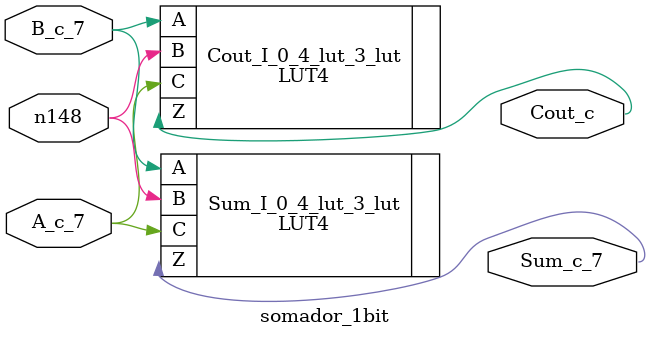
<source format=v>

module somador_completo_Nbits (Cin, A, B, Sum, Cout);   // e:/repositories/rtl_fpga/verilog/aula15_mux/somador_completo.vhd(4[8:30])
    input Cin;   // e:/repositories/rtl_fpga/verilog/aula15_mux/somador_completo.vhd(8[4:7])
    input [7:0]A;   // e:/repositories/rtl_fpga/verilog/aula15_mux/somador_completo.vhd(9[4:5])
    input [7:0]B;   // e:/repositories/rtl_fpga/verilog/aula15_mux/somador_completo.vhd(9[6:7])
    output [7:0]Sum;   // e:/repositories/rtl_fpga/verilog/aula15_mux/somador_completo.vhd(10[4:7])
    output Cout;   // e:/repositories/rtl_fpga/verilog/aula15_mux/somador_completo.vhd(11[4:8])
    
    
    wire Cin_c, A_c_7, A_c_6, A_c_5, A_c_4, A_c_3, A_c_2, A_c_1, 
        A_c_0, B_c_7, B_c_6, B_c_5, B_c_4, B_c_3, B_c_2, B_c_1, 
        B_c_0, Sum_c_7, Sum_c_6, Sum_c_5, Sum_c_4, Sum_c_3, Sum_c_2, 
        Sum_c_1, Sum_c_0, Cout_c, GND_net, VCC_net, n154, n153, 
        n152, n151, n150, n149, n148;
    
    IB A_pad_1 (.I(A[1]), .O(A_c_1));   // e:/repositories/rtl_fpga/verilog/aula15_mux/somador_completo.vhd(9[4:5])
    IB A_pad_2 (.I(A[2]), .O(A_c_2));   // e:/repositories/rtl_fpga/verilog/aula15_mux/somador_completo.vhd(9[4:5])
    IB A_pad_3 (.I(A[3]), .O(A_c_3));   // e:/repositories/rtl_fpga/verilog/aula15_mux/somador_completo.vhd(9[4:5])
    IB A_pad_4 (.I(A[4]), .O(A_c_4));   // e:/repositories/rtl_fpga/verilog/aula15_mux/somador_completo.vhd(9[4:5])
    IB A_pad_5 (.I(A[5]), .O(A_c_5));   // e:/repositories/rtl_fpga/verilog/aula15_mux/somador_completo.vhd(9[4:5])
    IB A_pad_6 (.I(A[6]), .O(A_c_6));   // e:/repositories/rtl_fpga/verilog/aula15_mux/somador_completo.vhd(9[4:5])
    IB A_pad_7 (.I(A[7]), .O(A_c_7));   // e:/repositories/rtl_fpga/verilog/aula15_mux/somador_completo.vhd(9[4:5])
    IB Cin_pad (.I(Cin), .O(Cin_c));   // e:/repositories/rtl_fpga/verilog/aula15_mux/somador_completo.vhd(8[4:7])
    OB Cout_pad (.I(Cout_c), .O(Cout));   // e:/repositories/rtl_fpga/verilog/aula15_mux/somador_completo.vhd(11[4:8])
    OB Sum_pad_0 (.I(Sum_c_0), .O(Sum[0]));   // e:/repositories/rtl_fpga/verilog/aula15_mux/somador_completo.vhd(10[4:7])
    OB Sum_pad_1 (.I(Sum_c_1), .O(Sum[1]));   // e:/repositories/rtl_fpga/verilog/aula15_mux/somador_completo.vhd(10[4:7])
    OB Sum_pad_2 (.I(Sum_c_2), .O(Sum[2]));   // e:/repositories/rtl_fpga/verilog/aula15_mux/somador_completo.vhd(10[4:7])
    OB Sum_pad_3 (.I(Sum_c_3), .O(Sum[3]));   // e:/repositories/rtl_fpga/verilog/aula15_mux/somador_completo.vhd(10[4:7])
    GSR GSR_INST (.GSR(VCC_net));
    OB Sum_pad_4 (.I(Sum_c_4), .O(Sum[4]));   // e:/repositories/rtl_fpga/verilog/aula15_mux/somador_completo.vhd(10[4:7])
    OB Sum_pad_5 (.I(Sum_c_5), .O(Sum[5]));   // e:/repositories/rtl_fpga/verilog/aula15_mux/somador_completo.vhd(10[4:7])
    VLO i122 (.Z(GND_net));
    OB Sum_pad_6 (.I(Sum_c_6), .O(Sum[6]));   // e:/repositories/rtl_fpga/verilog/aula15_mux/somador_completo.vhd(10[4:7])
    OB Sum_pad_7 (.I(Sum_c_7), .O(Sum[7]));   // e:/repositories/rtl_fpga/verilog/aula15_mux/somador_completo.vhd(10[4:7])
    IB A_pad_0 (.I(A[0]), .O(A_c_0));   // e:/repositories/rtl_fpga/verilog/aula15_mux/somador_completo.vhd(9[4:5])
    IB B_pad_7 (.I(B[7]), .O(B_c_7));   // e:/repositories/rtl_fpga/verilog/aula15_mux/somador_completo.vhd(9[6:7])
    IB B_pad_6 (.I(B[6]), .O(B_c_6));   // e:/repositories/rtl_fpga/verilog/aula15_mux/somador_completo.vhd(9[6:7])
    IB B_pad_5 (.I(B[5]), .O(B_c_5));   // e:/repositories/rtl_fpga/verilog/aula15_mux/somador_completo.vhd(9[6:7])
    IB B_pad_4 (.I(B[4]), .O(B_c_4));   // e:/repositories/rtl_fpga/verilog/aula15_mux/somador_completo.vhd(9[6:7])
    IB B_pad_3 (.I(B[3]), .O(B_c_3));   // e:/repositories/rtl_fpga/verilog/aula15_mux/somador_completo.vhd(9[6:7])
    IB B_pad_2 (.I(B[2]), .O(B_c_2));   // e:/repositories/rtl_fpga/verilog/aula15_mux/somador_completo.vhd(9[6:7])
    IB B_pad_1 (.I(B[1]), .O(B_c_1));   // e:/repositories/rtl_fpga/verilog/aula15_mux/somador_completo.vhd(9[6:7])
    IB B_pad_0 (.I(B[0]), .O(B_c_0));   // e:/repositories/rtl_fpga/verilog/aula15_mux/somador_completo.vhd(9[6:7])
    somador_1bit_U4 \sum_gen_2..sum0  (.B_c_2(B_c_2), .n153(n153), .A_c_2(A_c_2), 
            .n152(n152), .Sum_c_2(Sum_c_2));   // e:/repositories/rtl_fpga/verilog/aula15_mux/somador_completo.vhd(29[9:21])
    somador_1bit_U0 \sum_gen_6..sum0  (.B_c_6(B_c_6), .n149(n149), .A_c_6(A_c_6), 
            .n148(n148), .Sum_c_6(Sum_c_6));   // e:/repositories/rtl_fpga/verilog/aula15_mux/somador_completo.vhd(29[9:21])
    somador_1bit_U5 \sum_gen_1..sum0  (.B_c_1(B_c_1), .n154(n154), .A_c_1(A_c_1), 
            .n153(n153), .Sum_c_1(Sum_c_1));   // e:/repositories/rtl_fpga/verilog/aula15_mux/somador_completo.vhd(29[9:21])
    somador_1bit_U1 \sum_gen_5..sum0  (.B_c_5(B_c_5), .n150(n150), .A_c_5(A_c_5), 
            .Sum_c_5(Sum_c_5), .n149(n149));   // e:/repositories/rtl_fpga/verilog/aula15_mux/somador_completo.vhd(29[9:21])
    somador_1bit_U6 \sum_gen_0..sum0  (.B_c_0(B_c_0), .Cin_c(Cin_c), .A_c_0(A_c_0), 
            .Sum_c_0(Sum_c_0), .n154(n154));   // e:/repositories/rtl_fpga/verilog/aula15_mux/somador_completo.vhd(29[9:21])
    somador_1bit_U2 \sum_gen_4..sum0  (.B_c_4(B_c_4), .n151(n151), .A_c_4(A_c_4), 
            .Sum_c_4(Sum_c_4), .n150(n150));   // e:/repositories/rtl_fpga/verilog/aula15_mux/somador_completo.vhd(29[9:21])
    somador_1bit_U3 \sum_gen_3..sum0  (.B_c_3(B_c_3), .n152(n152), .A_c_3(A_c_3), 
            .n151(n151), .Sum_c_3(Sum_c_3));   // e:/repositories/rtl_fpga/verilog/aula15_mux/somador_completo.vhd(29[9:21])
    PUR PUR_INST (.PUR(VCC_net));
    defparam PUR_INST.RST_PULSE = 1;
    somador_1bit \sum_gen_7..sum0  (.B_c_7(B_c_7), .n148(n148), .A_c_7(A_c_7), 
            .Cout_c(Cout_c), .Sum_c_7(Sum_c_7));   // e:/repositories/rtl_fpga/verilog/aula15_mux/somador_completo.vhd(29[9:21])
    VHI i123 (.Z(VCC_net));
    
endmodule
//
// Verilog Description of module somador_1bit_U4
//

module somador_1bit_U4 (B_c_2, n153, A_c_2, n152, Sum_c_2);
    input B_c_2;
    input n153;
    input A_c_2;
    output n152;
    output Sum_c_2;
    
    
    LUT4 Cout_I_0_4_lut_3_lut_rep_13 (.A(B_c_2), .B(n153), .C(A_c_2), 
         .Z(n152)) /* synthesis lut_function=(!(A ((C)+!B)+!A (B+!(C)))) */ ;   // e:/repositories/rtl_fpga/verilog/aula15_mux/somador_1bit.vhd(20[11:20])
    defparam Cout_I_0_4_lut_3_lut_rep_13.init = 16'h1818;
    LUT4 Sum_I_0_4_lut_3_lut (.A(B_c_2), .B(n153), .C(A_c_2), .Z(Sum_c_2)) /* synthesis lut_function=(A (B (C)+!B !(C))+!A !(B (C)+!B !(C))) */ ;   // e:/repositories/rtl_fpga/verilog/aula15_mux/somador_1bit.vhd(19[10:19])
    defparam Sum_I_0_4_lut_3_lut.init = 16'h9696;
    
endmodule
//
// Verilog Description of module somador_1bit_U0
//

module somador_1bit_U0 (B_c_6, n149, A_c_6, n148, Sum_c_6);
    input B_c_6;
    input n149;
    input A_c_6;
    output n148;
    output Sum_c_6;
    
    
    LUT4 Cout_I_0_4_lut_3_lut_rep_9 (.A(B_c_6), .B(n149), .C(A_c_6), .Z(n148)) /* synthesis lut_function=(!(A ((C)+!B)+!A (B+!(C)))) */ ;   // e:/repositories/rtl_fpga/verilog/aula15_mux/somador_1bit.vhd(20[11:20])
    defparam Cout_I_0_4_lut_3_lut_rep_9.init = 16'h1818;
    LUT4 Sum_I_0_4_lut_3_lut (.A(B_c_6), .B(n149), .C(A_c_6), .Z(Sum_c_6)) /* synthesis lut_function=(A (B (C)+!B !(C))+!A !(B (C)+!B !(C))) */ ;   // e:/repositories/rtl_fpga/verilog/aula15_mux/somador_1bit.vhd(19[10:19])
    defparam Sum_I_0_4_lut_3_lut.init = 16'h9696;
    
endmodule
//
// Verilog Description of module somador_1bit_U5
//

module somador_1bit_U5 (B_c_1, n154, A_c_1, n153, Sum_c_1);
    input B_c_1;
    input n154;
    input A_c_1;
    output n153;
    output Sum_c_1;
    
    
    LUT4 Cout_I_0_4_lut_3_lut_rep_14 (.A(B_c_1), .B(n154), .C(A_c_1), 
         .Z(n153)) /* synthesis lut_function=(!(A ((C)+!B)+!A (B+!(C)))) */ ;   // e:/repositories/rtl_fpga/verilog/aula15_mux/somador_1bit.vhd(20[11:20])
    defparam Cout_I_0_4_lut_3_lut_rep_14.init = 16'h1818;
    LUT4 Sum_I_0_4_lut_3_lut (.A(B_c_1), .B(n154), .C(A_c_1), .Z(Sum_c_1)) /* synthesis lut_function=(A (B (C)+!B !(C))+!A !(B (C)+!B !(C))) */ ;   // e:/repositories/rtl_fpga/verilog/aula15_mux/somador_1bit.vhd(19[10:19])
    defparam Sum_I_0_4_lut_3_lut.init = 16'h9696;
    
endmodule
//
// Verilog Description of module somador_1bit_U1
//

module somador_1bit_U1 (B_c_5, n150, A_c_5, Sum_c_5, n149);
    input B_c_5;
    input n150;
    input A_c_5;
    output Sum_c_5;
    output n149;
    
    
    LUT4 Sum_I_0_4_lut_3_lut (.A(B_c_5), .B(n150), .C(A_c_5), .Z(Sum_c_5)) /* synthesis lut_function=(A (B (C)+!B !(C))+!A !(B (C)+!B !(C))) */ ;   // e:/repositories/rtl_fpga/verilog/aula15_mux/somador_1bit.vhd(19[10:19])
    defparam Sum_I_0_4_lut_3_lut.init = 16'h9696;
    LUT4 Cout_I_0_4_lut_3_lut_rep_10 (.A(B_c_5), .B(n150), .C(A_c_5), 
         .Z(n149)) /* synthesis lut_function=(!(A ((C)+!B)+!A (B+!(C)))) */ ;   // e:/repositories/rtl_fpga/verilog/aula15_mux/somador_1bit.vhd(20[11:20])
    defparam Cout_I_0_4_lut_3_lut_rep_10.init = 16'h1818;
    
endmodule
//
// Verilog Description of module somador_1bit_U6
//

module somador_1bit_U6 (B_c_0, Cin_c, A_c_0, Sum_c_0, n154);
    input B_c_0;
    input Cin_c;
    input A_c_0;
    output Sum_c_0;
    output n154;
    
    
    LUT4 Sum_I_0_4_lut_3_lut (.A(B_c_0), .B(Cin_c), .C(A_c_0), .Z(Sum_c_0)) /* synthesis lut_function=(A (B (C)+!B !(C))+!A !(B (C)+!B !(C))) */ ;   // e:/repositories/rtl_fpga/verilog/aula15_mux/somador_1bit.vhd(19[10:19])
    defparam Sum_I_0_4_lut_3_lut.init = 16'h9696;
    LUT4 Cout_I_0_4_lut_3_lut_rep_15 (.A(B_c_0), .B(Cin_c), .C(A_c_0), 
         .Z(n154)) /* synthesis lut_function=(!(A ((C)+!B)+!A (B+!(C)))) */ ;   // e:/repositories/rtl_fpga/verilog/aula15_mux/somador_1bit.vhd(20[11:20])
    defparam Cout_I_0_4_lut_3_lut_rep_15.init = 16'h1818;
    
endmodule
//
// Verilog Description of module somador_1bit_U2
//

module somador_1bit_U2 (B_c_4, n151, A_c_4, Sum_c_4, n150);
    input B_c_4;
    input n151;
    input A_c_4;
    output Sum_c_4;
    output n150;
    
    
    LUT4 Sum_I_0_4_lut_3_lut (.A(B_c_4), .B(n151), .C(A_c_4), .Z(Sum_c_4)) /* synthesis lut_function=(A (B (C)+!B !(C))+!A !(B (C)+!B !(C))) */ ;   // e:/repositories/rtl_fpga/verilog/aula15_mux/somador_1bit.vhd(19[10:19])
    defparam Sum_I_0_4_lut_3_lut.init = 16'h9696;
    LUT4 Cout_I_0_4_lut_3_lut_rep_11 (.A(B_c_4), .B(n151), .C(A_c_4), 
         .Z(n150)) /* synthesis lut_function=(!(A ((C)+!B)+!A (B+!(C)))) */ ;   // e:/repositories/rtl_fpga/verilog/aula15_mux/somador_1bit.vhd(20[11:20])
    defparam Cout_I_0_4_lut_3_lut_rep_11.init = 16'h1818;
    
endmodule
//
// Verilog Description of module somador_1bit_U3
//

module somador_1bit_U3 (B_c_3, n152, A_c_3, n151, Sum_c_3);
    input B_c_3;
    input n152;
    input A_c_3;
    output n151;
    output Sum_c_3;
    
    
    LUT4 Cout_I_0_4_lut_3_lut_rep_12 (.A(B_c_3), .B(n152), .C(A_c_3), 
         .Z(n151)) /* synthesis lut_function=(!(A ((C)+!B)+!A (B+!(C)))) */ ;   // e:/repositories/rtl_fpga/verilog/aula15_mux/somador_1bit.vhd(20[11:20])
    defparam Cout_I_0_4_lut_3_lut_rep_12.init = 16'h1818;
    LUT4 Sum_I_0_4_lut_3_lut (.A(B_c_3), .B(n152), .C(A_c_3), .Z(Sum_c_3)) /* synthesis lut_function=(A (B (C)+!B !(C))+!A !(B (C)+!B !(C))) */ ;   // e:/repositories/rtl_fpga/verilog/aula15_mux/somador_1bit.vhd(19[10:19])
    defparam Sum_I_0_4_lut_3_lut.init = 16'h9696;
    
endmodule
//
// Verilog Description of module PUR
// module not written out since it is a black-box. 
//

//
// Verilog Description of module somador_1bit
//

module somador_1bit (B_c_7, n148, A_c_7, Cout_c, Sum_c_7);
    input B_c_7;
    input n148;
    input A_c_7;
    output Cout_c;
    output Sum_c_7;
    
    
    LUT4 Cout_I_0_4_lut_3_lut (.A(B_c_7), .B(n148), .C(A_c_7), .Z(Cout_c)) /* synthesis lut_function=(!(A ((C)+!B)+!A (B+!(C)))) */ ;   // e:/repositories/rtl_fpga/verilog/aula15_mux/somador_1bit.vhd(20[11:20])
    defparam Cout_I_0_4_lut_3_lut.init = 16'h1818;
    LUT4 Sum_I_0_4_lut_3_lut (.A(B_c_7), .B(n148), .C(A_c_7), .Z(Sum_c_7)) /* synthesis lut_function=(A (B (C)+!B !(C))+!A !(B (C)+!B !(C))) */ ;   // e:/repositories/rtl_fpga/verilog/aula15_mux/somador_1bit.vhd(19[10:19])
    defparam Sum_I_0_4_lut_3_lut.init = 16'h9696;
    
endmodule

</source>
